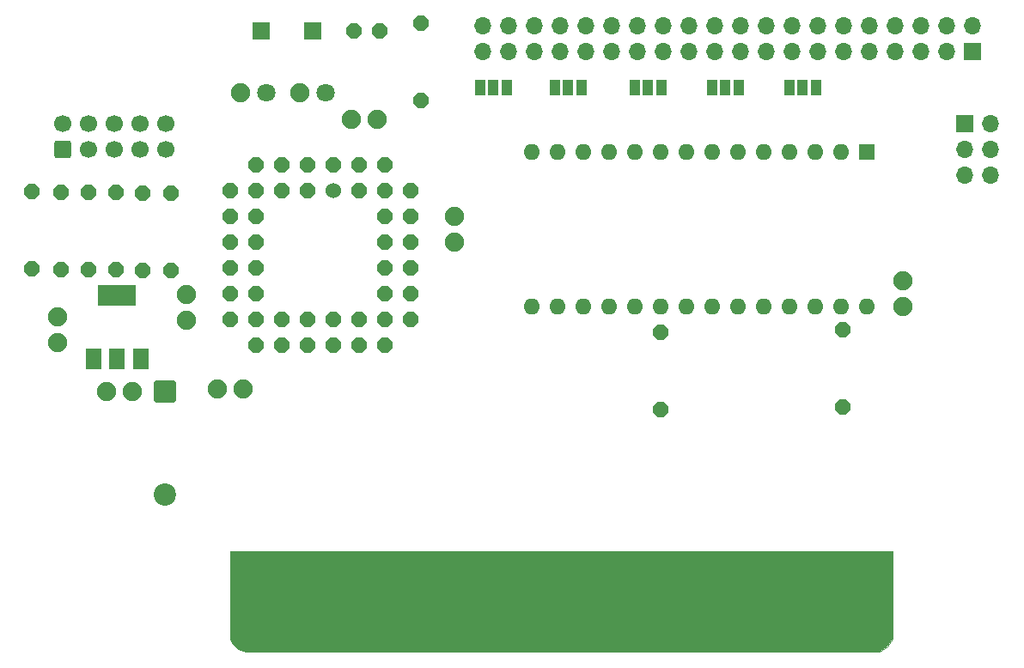
<source format=gbr>
%TF.GenerationSoftware,KiCad,Pcbnew,9.0.2*%
%TF.CreationDate,2025-09-06T01:51:39+01:00*%
%TF.ProjectId,msxpi,6d737870-692e-46b6-9963-61645f706362,1.1 Rev 1*%
%TF.SameCoordinates,Original*%
%TF.FileFunction,Soldermask,Top*%
%TF.FilePolarity,Negative*%
%FSLAX46Y46*%
G04 Gerber Fmt 4.6, Leading zero omitted, Abs format (unit mm)*
G04 Created by KiCad (PCBNEW 9.0.2) date 2025-09-06 01:51:39*
%MOMM*%
%LPD*%
G01*
G04 APERTURE LIST*
G04 Aperture macros list*
%AMRoundRect*
0 Rectangle with rounded corners*
0 $1 Rounding radius*
0 $2 $3 $4 $5 $6 $7 $8 $9 X,Y pos of 4 corners*
0 Add a 4 corners polygon primitive as box body*
4,1,4,$2,$3,$4,$5,$6,$7,$8,$9,$2,$3,0*
0 Add four circle primitives for the rounded corners*
1,1,$1+$1,$2,$3*
1,1,$1+$1,$4,$5*
1,1,$1+$1,$6,$7*
1,1,$1+$1,$8,$9*
0 Add four rect primitives between the rounded corners*
20,1,$1+$1,$2,$3,$4,$5,0*
20,1,$1+$1,$4,$5,$6,$7,0*
20,1,$1+$1,$6,$7,$8,$9,0*
20,1,$1+$1,$8,$9,$2,$3,0*%
%AMFreePoly0*
4,1,25,0.333266,0.742596,0.345389,0.732242,0.732242,0.345389,0.760749,0.289441,0.762000,0.273547,0.762000,-0.273547,0.742596,-0.333266,0.732242,-0.345389,0.345389,-0.732242,0.289441,-0.760749,0.273547,-0.762000,-0.273547,-0.762000,-0.333266,-0.742596,-0.345389,-0.732242,-0.732242,-0.345389,-0.760749,-0.289441,-0.762000,-0.273547,-0.762000,0.273547,-0.742596,0.333266,-0.732242,0.345389,
-0.345389,0.732242,-0.289441,0.760749,-0.273547,0.762000,0.273547,0.762000,0.333266,0.742596,0.333266,0.742596,$1*%
%AMFreePoly1*
4,1,25,0.391131,0.882296,0.403254,0.871942,0.871942,0.403254,0.900449,0.347306,0.901700,0.331412,0.901700,-0.331412,0.882296,-0.391131,0.871942,-0.403254,0.403254,-0.871942,0.347306,-0.900449,0.331412,-0.901700,-0.331412,-0.901700,-0.391131,-0.882296,-0.403254,-0.871942,-0.871942,-0.403254,-0.900449,-0.347306,-0.901700,-0.331412,-0.901700,0.331412,-0.882296,0.391131,-0.871942,0.403254,
-0.403254,0.871942,-0.347306,0.900449,-0.331412,0.901700,0.331412,0.901700,0.391131,0.882296,0.391131,0.882296,$1*%
G04 Aperture macros list end*
%ADD10C,0.100000*%
%ADD11FreePoly0,270.000000*%
%ADD12FreePoly0,90.000000*%
%ADD13RoundRect,0.249999X-0.850001X0.850001X-0.850001X-0.850001X0.850001X-0.850001X0.850001X0.850001X0*%
%ADD14C,2.200000*%
%ADD15R,1.000000X1.500000*%
%ADD16FreePoly1,180.000000*%
%ADD17R,1.600000X1.600000*%
%ADD18O,1.600000X1.600000*%
%ADD19C,1.524000*%
%ADD20FreePoly0,0.000000*%
%ADD21R,1.500000X8.000000*%
%ADD22R,1.500000X7.000000*%
%ADD23R,1.700000X1.700000*%
%ADD24C,1.803400*%
%ADD25FreePoly1,90.000000*%
%ADD26RoundRect,0.250000X0.600000X-0.600000X0.600000X0.600000X-0.600000X0.600000X-0.600000X-0.600000X0*%
%ADD27C,1.700000*%
%ADD28R,1.500000X2.000000*%
%ADD29R,3.800000X2.000000*%
%ADD30FreePoly0,180.000000*%
%ADD31FreePoly1,270.000000*%
%ADD32O,1.700000X1.700000*%
G04 APERTURE END LIST*
D10*
X186690000Y-135382000D02*
X186182000Y-136144000D01*
X185420000Y-136652000D01*
X122936000Y-136652000D01*
X122174000Y-136398000D01*
X121666000Y-135890000D01*
X121412000Y-135382000D01*
X121412000Y-126746000D01*
X186690000Y-126746000D01*
X186690000Y-135382000D01*
G36*
X186690000Y-135382000D02*
G01*
X186182000Y-136144000D01*
X185420000Y-136652000D01*
X122936000Y-136652000D01*
X122174000Y-136398000D01*
X121666000Y-135890000D01*
X121412000Y-135382000D01*
X121412000Y-126746000D01*
X186690000Y-126746000D01*
X186690000Y-135382000D01*
G37*
D11*
%TO.C,R9*%
X115525000Y-91430000D03*
X115525000Y-99050000D03*
%TD*%
D12*
%TO.C,R8*%
X112775000Y-99060000D03*
X112775000Y-91440000D03*
%TD*%
D13*
%TO.C,D5*%
X114950000Y-110970000D03*
D14*
X114950000Y-121130000D03*
%TD*%
D11*
%TO.C,R5*%
X181711600Y-104952800D03*
X181711600Y-112572800D03*
%TD*%
D15*
%TO.C,JP5*%
X168880000Y-81026000D03*
X170180000Y-81026000D03*
X171480000Y-81026000D03*
%TD*%
%TO.C,JP4*%
X153386000Y-81026000D03*
X154686000Y-81026000D03*
X155986000Y-81026000D03*
%TD*%
D16*
%TO.C,C1*%
X111760000Y-110998000D03*
X109220000Y-110998000D03*
%TD*%
D12*
%TO.C,R3*%
X107375000Y-98970000D03*
X107375000Y-91350000D03*
%TD*%
D15*
%TO.C,JP7*%
X176500000Y-81026000D03*
X177800000Y-81026000D03*
X179100000Y-81026000D03*
%TD*%
D17*
%TO.C,U3*%
X184150000Y-87376000D03*
D18*
X181610000Y-87376000D03*
X179070000Y-87376000D03*
X176530000Y-87376000D03*
X173990000Y-87376000D03*
X171450000Y-87376000D03*
X168910000Y-87376000D03*
X166370000Y-87376000D03*
X163830000Y-87376000D03*
X161290000Y-87376000D03*
X158750000Y-87376000D03*
X156210000Y-87376000D03*
X153670000Y-87376000D03*
X151130000Y-87376000D03*
X151130000Y-102616000D03*
X153670000Y-102616000D03*
X156210000Y-102616000D03*
X158750000Y-102616000D03*
X161290000Y-102616000D03*
X163830000Y-102616000D03*
X166370000Y-102616000D03*
X168910000Y-102616000D03*
X171450000Y-102616000D03*
X173990000Y-102616000D03*
X176530000Y-102616000D03*
X179070000Y-102616000D03*
X181610000Y-102616000D03*
X184150000Y-102616000D03*
%TD*%
D15*
%TO.C,JP6*%
X161260000Y-81026000D03*
X162560000Y-81026000D03*
X163860000Y-81026000D03*
%TD*%
D19*
%TO.C,U2*%
X131572000Y-91186000D03*
D20*
X129032000Y-88646000D03*
X129032000Y-91186000D03*
X126492000Y-88646000D03*
X126492000Y-91186000D03*
X123952000Y-88646000D03*
X121412000Y-91186000D03*
X123952000Y-91186000D03*
X121412000Y-93726000D03*
X123952000Y-93726000D03*
X121412000Y-96266000D03*
X123952000Y-96266000D03*
X121412000Y-98806000D03*
X123952000Y-98806000D03*
X121412000Y-101346000D03*
X123952000Y-101346000D03*
X121412000Y-103886000D03*
X123952000Y-106426000D03*
X123952000Y-103886000D03*
X126492000Y-106426000D03*
X126492000Y-103886000D03*
X129032000Y-106426000D03*
X129032000Y-103886000D03*
X131572000Y-106426000D03*
X131572000Y-103886000D03*
X134112000Y-106426000D03*
X134112000Y-103886000D03*
X136652000Y-106426000D03*
X139192000Y-103886000D03*
X136652000Y-103886000D03*
X139192000Y-101346000D03*
X136652000Y-101346000D03*
X139192000Y-98806000D03*
X136652000Y-98806000D03*
X139192000Y-96266000D03*
X136652000Y-96266000D03*
X139192000Y-93726000D03*
X136652000Y-93726000D03*
X139192000Y-91186000D03*
X136652000Y-88646000D03*
X136652000Y-91186000D03*
X134112000Y-88646000D03*
X134112000Y-91186000D03*
X131572000Y-88646000D03*
%TD*%
D21*
%TO.C,J1*%
X123650025Y-131553202D03*
X126190025Y-131553202D03*
X128730025Y-131553202D03*
D22*
X131264533Y-131045850D03*
D21*
X133810025Y-131553202D03*
X136350025Y-131553202D03*
X138890025Y-131553202D03*
X141430025Y-131553202D03*
X143970025Y-131553202D03*
X146510025Y-131553202D03*
X149050025Y-131553202D03*
X151590025Y-131553202D03*
X154130025Y-131553202D03*
X156670025Y-131553202D03*
X159210025Y-131553202D03*
X161750025Y-131553202D03*
X164290025Y-131553202D03*
X166830025Y-131553202D03*
X169370025Y-131553202D03*
X171910025Y-131553202D03*
X174450025Y-131553202D03*
X176990025Y-131553202D03*
X179530025Y-131553202D03*
X182070025Y-131553202D03*
X184610025Y-131553202D03*
%TD*%
D11*
%TO.C,R6*%
X163830000Y-105156000D03*
X163830000Y-112776000D03*
%TD*%
D23*
%TO.C,J5*%
X129540000Y-75438000D03*
%TD*%
D12*
%TO.C,R1*%
X101850000Y-98910000D03*
X101850000Y-91290000D03*
%TD*%
D24*
%TO.C,C9*%
X130810000Y-81534000D03*
D16*
X128270000Y-81534000D03*
%TD*%
D25*
%TO.C,C7*%
X187706000Y-102616000D03*
X187706000Y-100076000D03*
%TD*%
D26*
%TO.C,J2*%
X104902000Y-87122000D03*
D27*
X104902000Y-84582000D03*
X107442000Y-87122000D03*
X107442000Y-84582000D03*
X109982000Y-87122000D03*
X109982000Y-84582000D03*
X112522000Y-87122000D03*
X112522000Y-84582000D03*
X115062000Y-87122000D03*
X115062000Y-84582000D03*
%TD*%
D11*
%TO.C,R7*%
X140208000Y-74676000D03*
X140208000Y-82296000D03*
%TD*%
D28*
%TO.C,U1*%
X107936000Y-107798000D03*
X110236000Y-107798000D03*
D29*
X110236000Y-101498000D03*
D28*
X112536000Y-107798000D03*
%TD*%
D30*
%TO.C,LED1*%
X136144000Y-75438000D03*
X133604000Y-75438000D03*
%TD*%
D16*
%TO.C,C5*%
X135890000Y-84175600D03*
X133350000Y-84175600D03*
%TD*%
D12*
%TO.C,R2*%
X104675000Y-98945000D03*
X104675000Y-91325000D03*
%TD*%
D16*
%TO.C,C6*%
X122682000Y-110744000D03*
X120142000Y-110744000D03*
%TD*%
D15*
%TO.C,JP3*%
X146020000Y-81026000D03*
X147320000Y-81026000D03*
X148620000Y-81026000D03*
%TD*%
D31*
%TO.C,C2*%
X104394000Y-103632000D03*
X104394000Y-106172000D03*
%TD*%
D25*
%TO.C,C4*%
X117094000Y-104013000D03*
X117094000Y-101473000D03*
%TD*%
D23*
%TO.C,J6*%
X124460000Y-75438000D03*
%TD*%
%TO.C,J3*%
X193802000Y-84582000D03*
D32*
X196342000Y-84582000D03*
X193802000Y-87122000D03*
X196342000Y-87122000D03*
X193802000Y-89662000D03*
X196342000Y-89662000D03*
%TD*%
%TO.C,J4*%
X194564000Y-74930000D03*
D23*
X194564000Y-77470000D03*
D32*
X192024000Y-74930000D03*
X192024000Y-77470000D03*
X189484000Y-74930000D03*
X189484000Y-77470000D03*
X186944000Y-74930000D03*
X186944000Y-77470000D03*
X184404000Y-74930000D03*
X184404000Y-77470000D03*
X181864000Y-74930000D03*
X181864000Y-77470000D03*
X179324000Y-74930000D03*
X179324000Y-77470000D03*
X176784000Y-74930000D03*
X176784000Y-77470000D03*
X174244000Y-74930000D03*
X174244000Y-77470000D03*
X171704000Y-74930000D03*
X171704000Y-77470000D03*
X169164000Y-74930000D03*
X169164000Y-77470000D03*
X166624000Y-74930000D03*
X166624000Y-77470000D03*
X164084000Y-74930000D03*
X164084000Y-77470000D03*
X161544000Y-74930000D03*
X161544000Y-77470000D03*
X159004000Y-74930000D03*
X159004000Y-77470000D03*
X156464000Y-74930000D03*
X156464000Y-77470000D03*
X153924000Y-74930000D03*
X153924000Y-77470000D03*
X151384000Y-74930000D03*
X151384000Y-77470000D03*
X148844000Y-74930000D03*
X148844000Y-77470000D03*
X146304000Y-74930000D03*
X146304000Y-77470000D03*
%TD*%
D12*
%TO.C,R4*%
X110100000Y-98975000D03*
X110100000Y-91355000D03*
%TD*%
D31*
%TO.C,C3*%
X143510000Y-93726000D03*
X143510000Y-96266000D03*
%TD*%
D24*
%TO.C,C8*%
X124968000Y-81534000D03*
D16*
X122428000Y-81534000D03*
%TD*%
M02*

</source>
